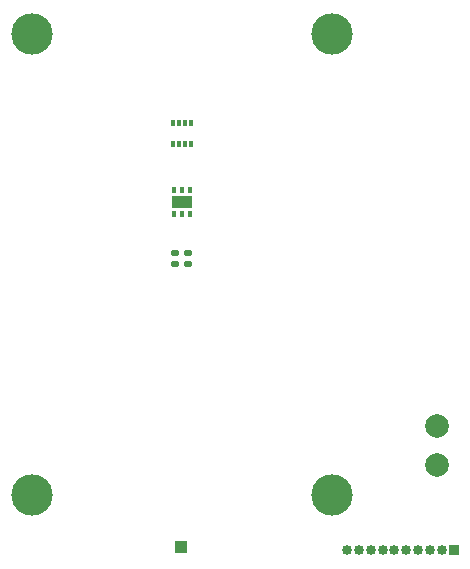
<source format=gts>
G04 #@! TF.GenerationSoftware,KiCad,Pcbnew,(6.0.1)*
G04 #@! TF.CreationDate,2023-05-09T20:22:03-04:00*
G04 #@! TF.ProjectId,ExternalFaces,45787465-726e-4616-9c46-616365732e6b,rev?*
G04 #@! TF.SameCoordinates,Original*
G04 #@! TF.FileFunction,Soldermask,Top*
G04 #@! TF.FilePolarity,Negative*
%FSLAX46Y46*%
G04 Gerber Fmt 4.6, Leading zero omitted, Abs format (unit mm)*
G04 Created by KiCad (PCBNEW (6.0.1)) date 2023-05-09 20:22:03*
%MOMM*%
%LPD*%
G01*
G04 APERTURE LIST*
G04 Aperture macros list*
%AMRoundRect*
0 Rectangle with rounded corners*
0 $1 Rounding radius*
0 $2 $3 $4 $5 $6 $7 $8 $9 X,Y pos of 4 corners*
0 Add a 4 corners polygon primitive as box body*
4,1,4,$2,$3,$4,$5,$6,$7,$8,$9,$2,$3,0*
0 Add four circle primitives for the rounded corners*
1,1,$1+$1,$2,$3*
1,1,$1+$1,$4,$5*
1,1,$1+$1,$6,$7*
1,1,$1+$1,$8,$9*
0 Add four rect primitives between the rounded corners*
20,1,$1+$1,$2,$3,$4,$5,0*
20,1,$1+$1,$4,$5,$6,$7,0*
20,1,$1+$1,$6,$7,$8,$9,0*
20,1,$1+$1,$8,$9,$2,$3,0*%
G04 Aperture macros list end*
%ADD10R,0.350000X0.600000*%
%ADD11R,1.700000X1.100000*%
%ADD12RoundRect,0.140000X0.170000X-0.140000X0.170000X0.140000X-0.170000X0.140000X-0.170000X-0.140000X0*%
%ADD13R,0.300000X0.620000*%
%ADD14C,3.500000*%
%ADD15R,1.000000X1.000000*%
%ADD16C,2.000000*%
%ADD17R,0.850000X0.850000*%
%ADD18O,0.850000X0.850000*%
G04 APERTURE END LIST*
D10*
X131050000Y-89150000D03*
X130400000Y-89150000D03*
X129750000Y-89150000D03*
X129750000Y-91250000D03*
X130400000Y-91250000D03*
X131050000Y-91250000D03*
D11*
X130400000Y-90200000D03*
D12*
X130900000Y-95480000D03*
X130900000Y-94520000D03*
D13*
X129650000Y-85310000D03*
X130150000Y-85310000D03*
X130650000Y-85310000D03*
X131150000Y-85310000D03*
X131150000Y-83490000D03*
X130650000Y-83490000D03*
X130150000Y-83490000D03*
X129650000Y-83490000D03*
D14*
X117700000Y-115000000D03*
X117700000Y-76000000D03*
D15*
X130300000Y-119400000D03*
D12*
X129800000Y-95480000D03*
X129800000Y-94520000D03*
D14*
X143100000Y-115000000D03*
X143100000Y-76000000D03*
D16*
X152000000Y-112500000D03*
X152000000Y-109200000D03*
D17*
X153400000Y-119700000D03*
D18*
X152400000Y-119700000D03*
X151400000Y-119700000D03*
X150400000Y-119700000D03*
X149400000Y-119700000D03*
X148400000Y-119700000D03*
X147400000Y-119700000D03*
X146400000Y-119700000D03*
X145400000Y-119700000D03*
X144400000Y-119700000D03*
M02*

</source>
